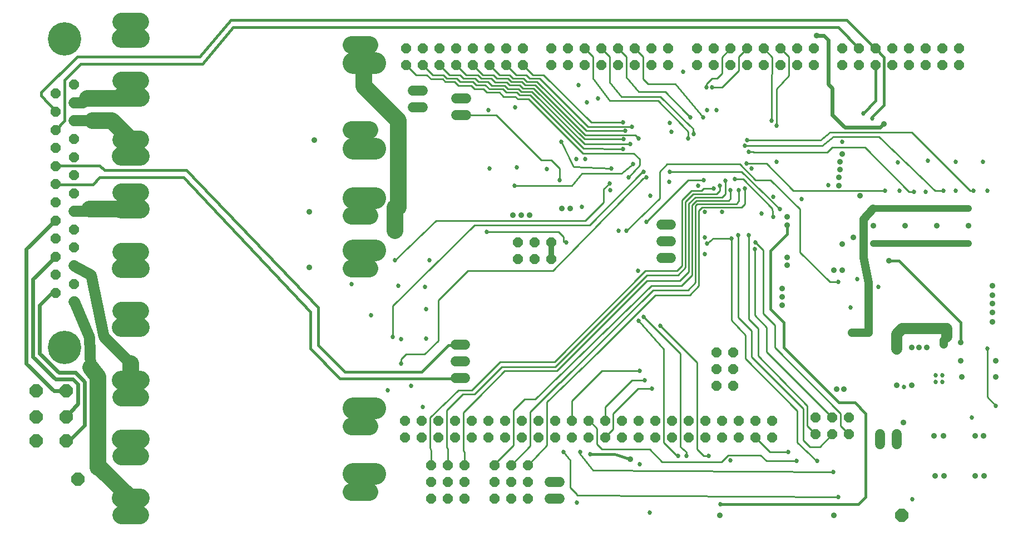
<source format=gbl>
G75*
G70*
%OFA0B0*%
%FSLAX24Y24*%
%IPPOS*%
%LPD*%
%AMOC8*
5,1,8,0,0,1.08239X$1,22.5*
%
%ADD10OC8,0.0591*%
%ADD11C,0.0591*%
%ADD12C,0.1299*%
%ADD13C,0.1142*%
%ADD14C,0.1063*%
%ADD15C,0.1102*%
%ADD16OC8,0.0600*%
%ADD17C,0.2000*%
%ADD18OC8,0.0610*%
%ADD19OC8,0.0787*%
%ADD20C,0.0270*%
%ADD21C,0.0356*%
%ADD22C,0.0100*%
%ADD23C,0.0160*%
%ADD24C,0.0400*%
%ADD25C,0.0240*%
%ADD26C,0.0500*%
%ADD27C,0.0660*%
%ADD28C,0.1000*%
%ADD29C,0.0320*%
D10*
X023430Y005900D03*
X024430Y005900D03*
X025430Y005900D03*
X026430Y005900D03*
X027430Y005900D03*
X028430Y005900D03*
X029430Y005900D03*
X030430Y005900D03*
X031430Y005900D03*
X032430Y005900D03*
X033430Y005900D03*
X034430Y005900D03*
X035430Y005900D03*
X036430Y005900D03*
X037430Y005900D03*
X038430Y005900D03*
X039430Y005900D03*
X040430Y005900D03*
X041430Y005900D03*
X042430Y005900D03*
X043430Y005900D03*
X044430Y005900D03*
X045430Y005900D03*
X045430Y006900D03*
X044430Y006900D03*
X043430Y006900D03*
X042430Y006900D03*
X041430Y006900D03*
X040430Y006900D03*
X039430Y006900D03*
X038430Y006900D03*
X037430Y006900D03*
X036430Y006900D03*
X035430Y006900D03*
X034430Y006900D03*
X033430Y006900D03*
X032430Y006900D03*
X031430Y006900D03*
X030430Y006900D03*
X029430Y006900D03*
X028430Y006900D03*
X027430Y006900D03*
X026430Y006900D03*
X025430Y006900D03*
X024430Y006900D03*
X023430Y006900D03*
X024980Y004250D03*
X025980Y004250D03*
X026980Y004250D03*
X026980Y003250D03*
X025980Y003250D03*
X024980Y003250D03*
X024980Y002250D03*
X025980Y002250D03*
X026980Y002250D03*
X028780Y002250D03*
X029780Y002250D03*
X030780Y002250D03*
X030780Y003250D03*
X029780Y003250D03*
X028780Y003250D03*
X028780Y004250D03*
X029780Y004250D03*
X030780Y004250D03*
X042080Y009000D03*
X043080Y009000D03*
X043080Y010000D03*
X042080Y010000D03*
X042080Y011000D03*
X043080Y011000D03*
X032180Y016600D03*
X031180Y016600D03*
X030180Y016600D03*
X030180Y017600D03*
X031180Y017600D03*
X032180Y017600D03*
X032180Y028250D03*
X033180Y028250D03*
X034180Y028250D03*
X035180Y028250D03*
X036180Y028250D03*
X037180Y028250D03*
X038180Y028250D03*
X039180Y028250D03*
X039180Y029250D03*
X038180Y029250D03*
X037180Y029250D03*
X036180Y029250D03*
X035180Y029250D03*
X034180Y029250D03*
X033180Y029250D03*
X032180Y029250D03*
X030480Y029250D03*
X029480Y029250D03*
X028480Y029250D03*
X027480Y029250D03*
X026480Y029250D03*
X025480Y029250D03*
X024480Y029250D03*
X023480Y029250D03*
X023480Y028250D03*
X024480Y028250D03*
X025480Y028250D03*
X026480Y028250D03*
X027480Y028250D03*
X028480Y028250D03*
X029480Y028250D03*
X030480Y028250D03*
X040930Y028250D03*
X041930Y028250D03*
X042930Y028250D03*
X043930Y028250D03*
X044930Y028250D03*
X045930Y028250D03*
X046930Y028250D03*
X047930Y028250D03*
X047930Y029250D03*
X046930Y029250D03*
X045930Y029250D03*
X044930Y029250D03*
X043930Y029250D03*
X042930Y029250D03*
X041930Y029250D03*
X040930Y029250D03*
X049630Y029250D03*
X050630Y029250D03*
X051630Y029250D03*
X052630Y029250D03*
X053630Y029250D03*
X054630Y029250D03*
X055630Y029250D03*
X056630Y029250D03*
X056630Y028250D03*
X055630Y028250D03*
X054630Y028250D03*
X053630Y028250D03*
X052630Y028250D03*
X051630Y028250D03*
X050630Y028250D03*
X049630Y028250D03*
D11*
X039365Y018660D02*
X038775Y018660D01*
X038775Y017660D02*
X039365Y017660D01*
X039365Y016660D02*
X038775Y016660D01*
X027025Y011480D02*
X026435Y011480D01*
X026435Y010480D02*
X027025Y010480D01*
X027025Y009480D02*
X026435Y009480D01*
X032085Y003250D02*
X032675Y003250D01*
X032675Y002250D02*
X032085Y002250D01*
X051880Y005505D02*
X051880Y006095D01*
X052880Y006095D02*
X052880Y005505D01*
X027075Y025250D02*
X026485Y025250D01*
X026485Y026250D02*
X027075Y026250D01*
X024475Y026700D02*
X023885Y026700D01*
X023885Y025700D02*
X024475Y025700D01*
D12*
X021606Y023249D02*
X020307Y023249D01*
X020307Y020282D02*
X021606Y020282D01*
X021606Y017133D02*
X020307Y017133D01*
X020307Y007670D02*
X021606Y007670D01*
X021606Y003733D02*
X020307Y003733D01*
X020307Y028367D02*
X021606Y028367D01*
D13*
X007551Y029843D02*
X006409Y029843D01*
X006409Y026300D02*
X007551Y026300D01*
X007551Y022757D02*
X006409Y022757D01*
X006409Y019593D02*
X007551Y019593D01*
X007551Y016050D02*
X006409Y016050D01*
X006409Y012507D02*
X007551Y012507D01*
X007551Y009343D02*
X006409Y009343D01*
X006409Y005800D02*
X007551Y005800D01*
X007551Y002257D02*
X006409Y002257D01*
D14*
X020228Y002650D02*
X021291Y002650D01*
X021291Y006587D02*
X020228Y006587D01*
X020228Y016050D02*
X021291Y016050D01*
X021291Y019200D02*
X020228Y019200D01*
X020228Y024331D02*
X021291Y024331D01*
X021291Y029450D02*
X020228Y029450D01*
D15*
X007531Y030843D02*
X006429Y030843D01*
X006429Y027300D02*
X007531Y027300D01*
X007531Y023757D02*
X006429Y023757D01*
X006429Y020593D02*
X007531Y020593D01*
X007531Y017050D02*
X006429Y017050D01*
X006429Y013507D02*
X007531Y013507D01*
X007531Y008343D02*
X006429Y008343D01*
X006429Y004800D02*
X007531Y004800D01*
X007531Y001257D02*
X006429Y001257D01*
D16*
X003590Y014030D03*
X002470Y014570D03*
X003590Y015120D03*
X002470Y015660D03*
X003590Y016200D03*
X002470Y016750D03*
X003590Y017290D03*
X002470Y017830D03*
X003590Y018380D03*
X002470Y018920D03*
X003590Y019460D03*
X002470Y020010D03*
X003590Y020550D03*
X002470Y021090D03*
X003590Y021640D03*
X002470Y022180D03*
X003590Y022720D03*
X002470Y023270D03*
X003590Y023810D03*
X002470Y024350D03*
X003590Y024900D03*
X002470Y025440D03*
X003590Y025980D03*
X002470Y026530D03*
X003590Y027070D03*
D17*
X003030Y029810D03*
X003030Y011290D03*
D18*
X048030Y007100D03*
X049030Y007100D03*
X050030Y007100D03*
X050030Y006100D03*
X049030Y006100D03*
X048030Y006100D03*
D19*
X003830Y003400D03*
X003130Y005700D03*
X001330Y005700D03*
X001330Y007150D03*
X003130Y007150D03*
X003130Y008700D03*
X001330Y008700D03*
X053180Y001250D03*
D20*
X053830Y002200D03*
X049380Y002350D03*
X049080Y003850D03*
X048130Y004500D03*
X046880Y004500D03*
X046380Y005050D03*
X042930Y004550D03*
X041630Y004800D03*
X040280Y004800D03*
X039780Y004800D03*
X037480Y004300D03*
X034530Y004900D03*
X033930Y005050D03*
X032930Y005050D03*
X033730Y002000D03*
X038080Y001400D03*
X042330Y001900D03*
X038230Y008850D03*
X037780Y009350D03*
X037480Y009900D03*
X038730Y012600D03*
X037730Y013150D03*
X037430Y012900D03*
X037380Y015900D03*
X041380Y016900D03*
X041530Y017550D03*
X041380Y017900D03*
X042980Y017850D03*
X043380Y018050D03*
X044030Y018050D03*
X044430Y017600D03*
X044380Y017200D03*
X045480Y019150D03*
X044780Y019350D03*
X045880Y019600D03*
X045480Y020350D03*
X047180Y020200D03*
X048780Y021050D03*
X052180Y020700D03*
X053055Y020700D03*
X053930Y020650D03*
X054605Y020650D03*
X055680Y020700D03*
X056405Y020700D03*
X057480Y020700D03*
X058305Y020700D03*
X058055Y022450D03*
X056405Y022450D03*
X054755Y022500D03*
X052955Y022400D03*
X049630Y023650D03*
X051430Y025050D03*
X050880Y025350D03*
X045680Y024600D03*
X045380Y024900D03*
X043930Y023750D03*
X043780Y023400D03*
X044030Y023050D03*
X043880Y022350D03*
X044180Y022025D03*
X043180Y021400D03*
X042630Y021300D03*
X042280Y021000D03*
X041930Y020850D03*
X041330Y021350D03*
X040980Y021000D03*
X039255Y021225D03*
X039280Y021850D03*
X037880Y021500D03*
X037730Y021850D03*
X037080Y022300D03*
X036830Y021500D03*
X035780Y022050D03*
X035680Y021150D03*
X035730Y020750D03*
X034030Y019750D03*
X036230Y018300D03*
X036680Y018300D03*
X037880Y018850D03*
X038130Y020400D03*
X041380Y019425D03*
X042430Y019450D03*
X042930Y020750D03*
X043430Y020750D03*
X043780Y020850D03*
X045680Y022450D03*
X041280Y025100D03*
X041530Y025550D03*
X042080Y025550D03*
X040530Y025100D03*
X039280Y024775D03*
X039380Y024250D03*
X040380Y023850D03*
X040730Y024100D03*
X037430Y023850D03*
X036930Y023500D03*
X036530Y023800D03*
X036630Y024300D03*
X037030Y024550D03*
X036480Y024800D03*
X034980Y026250D03*
X034330Y026000D03*
X033830Y027050D03*
X030030Y025700D03*
X028430Y025550D03*
X032780Y023650D03*
X033680Y022600D03*
X034230Y022600D03*
X032680Y021350D03*
X031930Y022000D03*
X030130Y022100D03*
X029980Y021000D03*
X028480Y022050D03*
X028330Y018250D03*
X024880Y016550D03*
X022830Y016550D03*
X020230Y015100D03*
X023030Y015000D03*
X024630Y014950D03*
X024680Y013600D03*
X022680Y011950D03*
X023180Y011800D03*
X024680Y011850D03*
X023180Y010350D03*
X023780Y009000D03*
X022380Y008750D03*
X024480Y007750D03*
X021380Y013250D03*
X033080Y017600D03*
X036480Y023200D03*
X041480Y026900D03*
X041830Y026900D03*
X040080Y027850D03*
X050530Y015400D03*
X049380Y015250D03*
X051780Y014950D03*
X050130Y013700D03*
X055230Y009650D03*
X055630Y009650D03*
X055630Y009250D03*
X055230Y009250D03*
X053330Y008950D03*
X057380Y007100D03*
X058830Y007800D03*
X058330Y011250D03*
D21*
X058830Y010500D03*
X058830Y009550D03*
X056780Y009550D03*
X056730Y010500D03*
X055680Y011500D03*
X054680Y011300D03*
X054230Y011300D03*
X053780Y011300D03*
X052880Y011200D03*
X052880Y011650D03*
X052880Y012100D03*
X051180Y012200D03*
X050680Y012200D03*
X050180Y012200D03*
X046030Y013850D03*
X046030Y014350D03*
X046030Y014850D03*
X046330Y016250D03*
X046330Y016700D03*
X049130Y015950D03*
X049630Y015950D03*
X049630Y017500D03*
X050280Y017900D03*
X051480Y017550D03*
X052430Y016500D03*
X053380Y017550D03*
X053380Y018600D03*
X053380Y019650D03*
X051455Y019650D03*
X050680Y020400D03*
X049430Y021000D03*
X049430Y021500D03*
X049480Y021975D03*
X049480Y022425D03*
X049630Y022900D03*
X052105Y024700D03*
X055280Y019650D03*
X055280Y018600D03*
X057180Y018600D03*
X057180Y019650D03*
X057180Y017550D03*
X055280Y017550D03*
X051480Y018600D03*
X046330Y018650D03*
X046330Y019125D03*
X055880Y012450D03*
X055880Y011950D03*
X056730Y011600D03*
X058630Y012850D03*
X058630Y013400D03*
X058630Y013950D03*
X058630Y014450D03*
X058630Y015000D03*
X053780Y009050D03*
X052880Y009050D03*
X049730Y008800D03*
X049280Y008800D03*
X053280Y006800D03*
X055130Y006000D03*
X055680Y006000D03*
X057580Y006000D03*
X058080Y006000D03*
X058130Y003600D03*
X057580Y003600D03*
X055730Y003600D03*
X055180Y003600D03*
X049130Y001250D03*
X042280Y001250D03*
X036930Y004600D03*
X017680Y016100D03*
X022830Y018300D03*
X022830Y018800D03*
X022830Y019300D03*
X017680Y019450D03*
X017980Y023750D03*
X029880Y019250D03*
X030380Y019250D03*
X030880Y019250D03*
X032830Y019650D03*
X033330Y019650D03*
X048080Y030000D03*
D22*
X046430Y028750D02*
X045930Y029250D01*
X046430Y028750D02*
X046430Y027600D01*
X045680Y026800D01*
X045680Y024600D01*
X045380Y024900D02*
X045380Y027650D01*
X045430Y027750D01*
X045430Y028700D01*
X044930Y029250D01*
X043930Y029250D02*
X043430Y028750D01*
X043430Y027900D01*
X042430Y026900D01*
X041830Y026900D01*
X041480Y026900D02*
X041480Y027100D01*
X041830Y027450D01*
X042130Y027450D01*
X042430Y027750D01*
X042430Y028700D01*
X042930Y029250D01*
X039630Y027100D02*
X041280Y025100D01*
X040530Y025100D02*
X040180Y025450D01*
X039030Y026650D01*
X037430Y026650D01*
X036680Y027500D01*
X036680Y028750D01*
X036180Y029250D01*
X035680Y028750D02*
X035180Y029250D01*
X034680Y028750D02*
X034680Y027450D01*
X035680Y026100D01*
X038580Y026100D01*
X040030Y024650D01*
X040380Y024250D01*
X040380Y023850D01*
X040730Y024100D02*
X040689Y024441D01*
X040489Y024591D01*
X038730Y026350D01*
X036380Y026350D01*
X035680Y027200D01*
X035680Y028750D01*
X034680Y028750D02*
X034180Y029250D01*
X031730Y027650D02*
X031080Y027650D01*
X030480Y028250D01*
X030680Y027650D02*
X030080Y027650D01*
X029480Y028250D01*
X029680Y027650D02*
X029080Y027650D01*
X028480Y028250D01*
X028080Y027650D02*
X027480Y028250D01*
X027780Y027650D02*
X027080Y027650D01*
X026480Y028250D01*
X026730Y027650D02*
X026080Y027650D01*
X025480Y028250D01*
X025080Y027650D02*
X024480Y028250D01*
X024730Y027650D02*
X024080Y027650D01*
X023480Y028250D01*
X024730Y027650D02*
X024980Y027400D01*
X025680Y027400D01*
X025830Y027250D01*
X026380Y027250D01*
X026630Y027000D01*
X027380Y027000D01*
X027580Y026800D01*
X028130Y026800D01*
X028330Y026600D01*
X029080Y026600D01*
X029330Y026350D01*
X030030Y026350D01*
X030180Y026200D01*
X030830Y026200D01*
X034080Y022950D01*
X037130Y022950D01*
X037480Y022600D01*
X037480Y022250D01*
X036830Y021500D01*
X036380Y021750D02*
X037080Y022300D01*
X037630Y021800D02*
X034480Y018650D01*
X027580Y018650D01*
X022680Y013800D01*
X022680Y011950D01*
X023480Y010900D02*
X023180Y010600D01*
X023180Y010350D01*
X023480Y010900D02*
X024580Y010900D01*
X025430Y011700D01*
X025430Y014150D01*
X027180Y015900D01*
X032280Y015900D01*
X037680Y021450D01*
X037880Y021500D01*
X037730Y021850D02*
X037630Y021800D01*
X038680Y021850D02*
X038680Y020250D01*
X036680Y018300D01*
X037880Y018850D02*
X040380Y021350D01*
X041330Y021350D01*
X041330Y020850D02*
X041930Y020850D01*
X042080Y020500D02*
X042280Y020700D01*
X042280Y021000D01*
X042630Y021300D02*
X042630Y020500D01*
X042430Y020300D01*
X040830Y020300D01*
X040430Y019950D01*
X040430Y015850D01*
X039880Y015300D01*
X037930Y015300D01*
X032530Y009900D01*
X029380Y009900D01*
X027830Y008300D01*
X026930Y007400D01*
X026930Y005100D01*
X026980Y005050D01*
X026980Y004250D01*
X025980Y004250D02*
X025980Y005250D01*
X025930Y005300D01*
X025930Y007550D01*
X026880Y008500D01*
X027580Y008500D01*
X029230Y010150D01*
X032430Y010150D01*
X037930Y015650D01*
X039780Y015650D01*
X040230Y016100D01*
X040230Y020050D01*
X040680Y020500D01*
X042080Y020500D01*
X041330Y020850D02*
X041180Y020700D01*
X040580Y020700D01*
X040030Y020150D01*
X040030Y016200D01*
X039730Y015900D01*
X037830Y015900D01*
X032380Y010450D01*
X029130Y010450D01*
X027430Y008750D01*
X026630Y008750D01*
X024930Y007100D01*
X024930Y005300D01*
X024980Y005100D01*
X024980Y004250D01*
X028780Y004250D02*
X028780Y004300D01*
X029930Y005450D01*
X029930Y007550D01*
X030580Y008200D01*
X031230Y008200D01*
X038180Y015000D01*
X039980Y015000D01*
X040630Y015650D01*
X040630Y019850D01*
X040880Y020100D01*
X042830Y020100D01*
X042930Y020250D01*
X042930Y020750D01*
X043430Y020750D02*
X043430Y020100D01*
X043280Y019900D01*
X040930Y019900D01*
X040830Y019800D01*
X040830Y015200D01*
X040380Y014750D01*
X038280Y014750D01*
X032730Y009200D01*
X032680Y009200D01*
X030930Y007450D01*
X030930Y005400D01*
X029780Y004250D01*
X030780Y004250D02*
X031930Y005450D01*
X031930Y008050D01*
X032830Y008900D01*
X035030Y011050D01*
X038430Y014450D01*
X040480Y014450D01*
X041030Y015000D01*
X041030Y019500D01*
X041230Y019700D01*
X043580Y019700D01*
X043780Y019900D01*
X043780Y020850D01*
X043680Y021400D02*
X043180Y021400D01*
X043680Y021400D02*
X045430Y019650D01*
X045480Y019150D01*
X045880Y019600D02*
X043580Y021850D01*
X039280Y021850D01*
X039130Y022300D02*
X038680Y021850D01*
X039130Y022300D02*
X043480Y022300D01*
X044430Y021350D01*
X045330Y021350D01*
X047080Y019600D01*
X047080Y017000D01*
X048880Y015250D01*
X049380Y015250D01*
X045580Y012650D02*
X045580Y011300D01*
X049530Y007350D01*
X049530Y006600D01*
X050030Y006100D01*
X049030Y006100D02*
X048280Y005350D01*
X047680Y005350D01*
X047280Y005750D01*
X047280Y007650D01*
X044180Y010750D01*
X044180Y012300D01*
X043380Y013100D01*
X043380Y018050D01*
X042980Y017850D02*
X041880Y017850D01*
X041530Y017550D01*
X042980Y017850D02*
X042980Y012950D01*
X043830Y012050D01*
X043830Y010650D01*
X046930Y007500D01*
X046930Y005600D01*
X048080Y004500D01*
X048130Y004500D01*
X049080Y003850D02*
X034680Y003950D01*
X033930Y004900D01*
X033930Y005050D01*
X033330Y004550D02*
X033330Y002900D01*
X033730Y002500D01*
X033730Y002450D01*
X049380Y002350D01*
X046880Y004500D02*
X045080Y004500D01*
X044730Y004850D01*
X042780Y004850D01*
X042380Y004450D01*
X038830Y004450D01*
X038080Y005200D01*
X035230Y005200D01*
X034930Y005500D01*
X034930Y006450D01*
X034480Y006900D01*
X034430Y006900D01*
X033430Y006900D02*
X033430Y008100D01*
X035230Y009900D01*
X037480Y009900D01*
X037780Y009350D02*
X037030Y009350D01*
X035430Y007750D01*
X035430Y006900D01*
X035880Y007350D02*
X037380Y008850D01*
X038230Y008850D01*
X035880Y007350D02*
X035880Y006400D01*
X035430Y005950D01*
X035430Y005900D01*
X033330Y004550D02*
X032930Y005050D01*
X038930Y005600D02*
X038930Y011200D01*
X037430Y012900D01*
X037730Y013150D02*
X039930Y010950D01*
X039930Y005350D01*
X040280Y005050D01*
X040280Y004800D01*
X039780Y004800D02*
X039730Y004800D01*
X038930Y005600D01*
X040930Y005200D02*
X040930Y010400D01*
X038730Y012600D01*
X044030Y013000D02*
X044580Y012450D01*
X044580Y010800D01*
X047530Y007800D01*
X047530Y006600D01*
X048030Y006100D01*
X049030Y007100D02*
X045080Y011050D01*
X045080Y012500D01*
X044380Y013250D01*
X044380Y017200D01*
X044430Y017600D02*
X044880Y017150D01*
X044880Y013350D01*
X045580Y012650D01*
X044030Y013000D02*
X044030Y018050D01*
X046680Y020700D02*
X045080Y022350D01*
X043880Y022350D01*
X044030Y023050D02*
X044280Y023050D01*
X044330Y023000D01*
X048730Y023000D01*
X049030Y023300D01*
X050980Y023300D01*
X053630Y020650D01*
X053930Y020650D01*
X055180Y020700D02*
X051830Y023950D01*
X049080Y023950D01*
X048430Y023400D01*
X043780Y023400D01*
X043930Y023750D02*
X048330Y023750D01*
X048880Y024200D01*
X053780Y024200D01*
X057280Y020700D01*
X057480Y020700D01*
X055680Y020700D02*
X055180Y020700D01*
X052180Y020700D02*
X046680Y020700D01*
X037430Y023850D02*
X037230Y024050D01*
X034230Y024050D01*
X031230Y027050D01*
X030630Y027050D01*
X030430Y027250D01*
X029780Y027250D01*
X029580Y027450D01*
X028930Y027450D01*
X028730Y027650D01*
X028080Y027650D01*
X027980Y027450D02*
X027780Y027650D01*
X027630Y027450D02*
X026930Y027450D01*
X026730Y027650D01*
X026530Y027450D02*
X025930Y027450D01*
X025730Y027650D01*
X025080Y027650D01*
X026530Y027450D02*
X026730Y027250D01*
X027480Y027250D01*
X027680Y027050D01*
X028230Y027050D01*
X028480Y026800D01*
X029280Y026800D01*
X029480Y026600D01*
X030130Y026600D01*
X030280Y026450D01*
X030930Y026450D01*
X034130Y023250D01*
X036480Y023200D01*
X036930Y023500D02*
X034180Y023500D01*
X031030Y026650D01*
X030380Y026650D01*
X030230Y026800D01*
X029580Y026800D01*
X029380Y027000D01*
X028630Y027000D01*
X028380Y027250D01*
X027830Y027250D01*
X027630Y027450D01*
X027980Y027450D02*
X028580Y027450D01*
X028830Y027200D01*
X029530Y027200D01*
X029680Y027050D01*
X030280Y027050D01*
X030480Y026850D01*
X031130Y026850D01*
X034180Y023800D01*
X036530Y023800D01*
X036630Y024300D02*
X034280Y024300D01*
X031330Y027250D01*
X030730Y027250D01*
X030530Y027450D01*
X029880Y027450D01*
X029680Y027650D01*
X030680Y027650D02*
X030880Y027450D01*
X031480Y027450D01*
X034380Y024550D01*
X037030Y024550D01*
X036480Y024800D02*
X034580Y024800D01*
X031730Y027650D01*
X028880Y025250D02*
X026780Y025250D01*
X028880Y025250D02*
X031580Y022550D01*
X032180Y022550D01*
X032680Y022050D01*
X032680Y021350D01*
X033430Y021000D02*
X034030Y021750D01*
X036380Y021750D01*
X035780Y022050D02*
X033530Y022150D01*
X032780Y023650D01*
X035330Y020800D02*
X035680Y021150D01*
X035330Y020800D02*
X035330Y020000D01*
X034230Y018900D01*
X025280Y018900D01*
X022830Y016550D01*
X028330Y018250D02*
X032630Y018250D01*
X032930Y017950D01*
X032930Y017650D01*
X033080Y017600D01*
X033430Y021000D02*
X029980Y021000D01*
X037680Y027400D02*
X037980Y027100D01*
X039630Y027100D01*
X037680Y027400D02*
X037680Y028750D01*
X037180Y029250D01*
X058330Y011250D02*
X058330Y008350D01*
X058830Y007800D01*
X046380Y005050D02*
X045280Y005050D01*
X044430Y005900D01*
X041630Y004800D02*
X041330Y004800D01*
X040930Y005200D01*
D23*
X036930Y004600D02*
X035980Y004900D01*
X034530Y004900D01*
X042330Y001900D02*
X050580Y001900D01*
X051030Y002350D01*
X051030Y007350D01*
X050380Y008000D01*
X049430Y008000D01*
X046130Y011300D01*
X046130Y012800D01*
X045330Y013600D01*
X045330Y017100D01*
X046330Y018100D01*
X046330Y018650D01*
X052430Y016500D02*
X053030Y016500D01*
X056730Y012800D01*
X056730Y011600D01*
X051430Y025050D02*
X051430Y025150D01*
X052130Y025850D01*
X052130Y028700D01*
X051630Y029250D01*
X051580Y029250D01*
X049880Y030950D01*
X012980Y030950D01*
X011130Y028750D01*
X003780Y028750D01*
X001630Y026600D01*
X001630Y026400D01*
X002470Y025460D01*
X002470Y025440D01*
X003030Y024900D02*
X003030Y027350D01*
X003980Y028300D01*
X011280Y028300D01*
X013130Y030500D01*
X049380Y030500D01*
X050630Y029250D01*
X051630Y028250D02*
X051630Y026100D01*
X050880Y025350D01*
X026730Y011480D02*
X026700Y011450D01*
X026030Y011450D01*
X024430Y009850D01*
X019830Y009850D01*
X018230Y011450D01*
X018230Y013700D01*
X010300Y021930D01*
X005400Y021930D01*
X005130Y022200D01*
X002490Y022200D01*
X002470Y022180D01*
X002470Y021090D02*
X002485Y021075D01*
X004705Y021075D01*
X005120Y021490D01*
X010140Y021490D01*
X017755Y013450D01*
X017755Y011225D01*
X019530Y009450D01*
X026700Y009450D01*
X026730Y009480D01*
X002470Y016740D02*
X002470Y016750D01*
X002470Y018920D02*
X002450Y018920D01*
X002470Y024350D02*
X002480Y024350D01*
X003030Y024900D01*
D24*
X051455Y019650D02*
X053380Y019650D01*
X055280Y019650D01*
X057180Y019650D01*
X057180Y017550D02*
X055280Y017550D01*
X053380Y017550D01*
X051480Y017550D01*
D25*
X051880Y024500D02*
X049780Y024500D01*
X049030Y025250D01*
X049030Y026850D01*
X048780Y027100D01*
X048780Y029750D01*
X048530Y030000D01*
X048080Y030000D01*
X052080Y024700D02*
X051880Y024500D01*
X052080Y024700D02*
X052105Y024700D01*
X004230Y009250D02*
X004230Y006650D01*
X003280Y005700D01*
X003130Y005700D01*
X003130Y007150D02*
X003830Y007950D01*
X003830Y009100D01*
X003530Y009400D01*
X002480Y009400D01*
X001130Y010750D01*
X001130Y015400D01*
X002470Y016740D01*
X000730Y017200D02*
X000730Y010350D01*
X002380Y008700D01*
X003130Y008700D01*
X004230Y009250D02*
X003680Y009800D01*
X002680Y009800D01*
X001530Y010950D01*
X001530Y013850D01*
X002230Y014550D01*
X002450Y014550D01*
X002470Y014570D01*
X000730Y017200D02*
X002450Y018920D01*
D26*
X050180Y012200D02*
X050680Y012200D01*
X051180Y012200D01*
X051180Y015200D01*
X050880Y016700D01*
X050880Y019000D01*
X051455Y019650D01*
X055880Y011950D02*
X055680Y011750D01*
X055680Y011500D01*
D27*
X055880Y011950D02*
X055880Y012450D01*
X053230Y012450D01*
X052880Y012100D01*
X052880Y011650D01*
X052880Y011200D01*
X006980Y010343D02*
X005380Y011943D01*
X005380Y011950D01*
X004630Y015650D01*
X003690Y016140D01*
X003590Y016200D01*
X003590Y014030D02*
X003600Y014030D01*
X004530Y011900D01*
X004580Y010107D01*
X004390Y019460D02*
X003590Y019460D01*
X004390Y019460D02*
X004530Y019600D01*
X004680Y024900D02*
X003590Y024900D01*
X003590Y025980D02*
X004110Y025980D01*
X004380Y026250D01*
D28*
X006930Y026250D01*
X006980Y026300D01*
X005837Y024900D02*
X004680Y024900D01*
X005837Y024900D02*
X006980Y023757D01*
X006973Y019600D02*
X004530Y019600D01*
X006973Y019600D02*
X006980Y019593D01*
X020956Y026974D02*
X023030Y024900D01*
X023030Y019700D01*
X022830Y019700D01*
X022830Y019300D01*
X022830Y018800D01*
X022830Y018300D01*
X020956Y026974D02*
X020956Y028367D01*
X006980Y010343D02*
X006980Y009343D01*
X005030Y009550D02*
X005030Y004107D01*
X005130Y004107D01*
X006980Y002257D01*
X005030Y009550D02*
X004580Y010100D01*
X004580Y010107D01*
D29*
X032180Y016600D02*
X032180Y017600D01*
M02*

</source>
